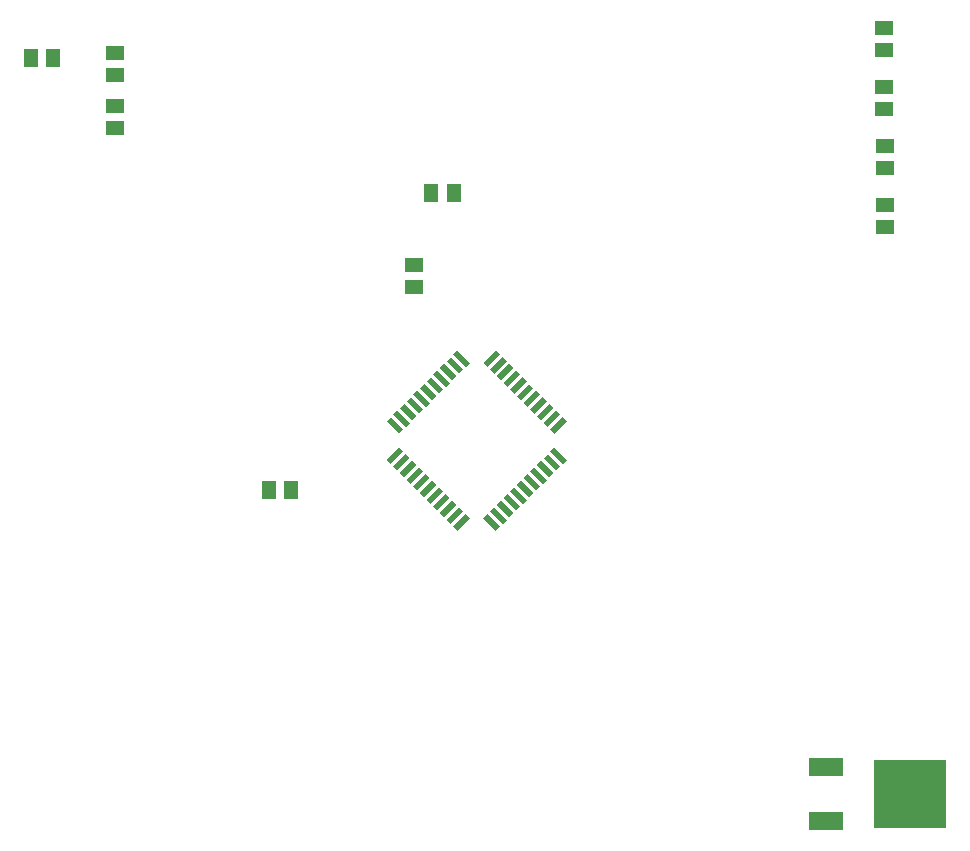
<source format=gbr>
G04 EAGLE Gerber RS-274X export*
G75*
%MOMM*%
%FSLAX34Y34*%
%LPD*%
%INSolderpaste Bottom*%
%IPPOS*%
%AMOC8*
5,1,8,0,0,1.08239X$1,22.5*%
G01*
%ADD10R,1.300000X1.500000*%
%ADD11R,1.500000X1.300000*%
%ADD12R,1.500000X0.500000*%
%ADD13R,0.500000X1.500000*%
%ADD14R,6.200000X5.800000*%
%ADD15R,3.000000X1.600000*%


D10*
X421540Y669800D03*
X440540Y669800D03*
D11*
X407160Y589690D03*
X407160Y608690D03*
D12*
G36*
X525761Y454343D02*
X536367Y443737D01*
X532831Y440201D01*
X522225Y450807D01*
X525761Y454343D01*
G37*
G36*
X520105Y448686D02*
X530711Y438080D01*
X527175Y434544D01*
X516569Y445150D01*
X520105Y448686D01*
G37*
G36*
X514448Y443029D02*
X525054Y432423D01*
X521518Y428887D01*
X510912Y439493D01*
X514448Y443029D01*
G37*
G36*
X508791Y437373D02*
X519397Y426767D01*
X515861Y423231D01*
X505255Y433837D01*
X508791Y437373D01*
G37*
G36*
X503134Y431716D02*
X513740Y421110D01*
X510204Y417574D01*
X499598Y428180D01*
X503134Y431716D01*
G37*
G36*
X497477Y426059D02*
X508083Y415453D01*
X504547Y411917D01*
X493941Y422523D01*
X497477Y426059D01*
G37*
G36*
X491820Y420402D02*
X502426Y409796D01*
X498890Y406260D01*
X488284Y416866D01*
X491820Y420402D01*
G37*
G36*
X486164Y414745D02*
X496770Y404139D01*
X493234Y400603D01*
X482628Y411209D01*
X486164Y414745D01*
G37*
G36*
X480507Y409088D02*
X491113Y398482D01*
X487577Y394946D01*
X476971Y405552D01*
X480507Y409088D01*
G37*
G36*
X474850Y403431D02*
X485456Y392825D01*
X481920Y389289D01*
X471314Y399895D01*
X474850Y403431D01*
G37*
G36*
X469193Y397775D02*
X479799Y387169D01*
X476263Y383633D01*
X465657Y394239D01*
X469193Y397775D01*
G37*
D13*
G36*
X450807Y397775D02*
X454343Y394239D01*
X443737Y383633D01*
X440201Y387169D01*
X450807Y397775D01*
G37*
G36*
X445150Y403431D02*
X448686Y399895D01*
X438080Y389289D01*
X434544Y392825D01*
X445150Y403431D01*
G37*
G36*
X439493Y409088D02*
X443029Y405552D01*
X432423Y394946D01*
X428887Y398482D01*
X439493Y409088D01*
G37*
G36*
X433837Y414745D02*
X437373Y411209D01*
X426767Y400603D01*
X423231Y404139D01*
X433837Y414745D01*
G37*
G36*
X428180Y420402D02*
X431716Y416866D01*
X421110Y406260D01*
X417574Y409796D01*
X428180Y420402D01*
G37*
G36*
X422523Y426059D02*
X426059Y422523D01*
X415453Y411917D01*
X411917Y415453D01*
X422523Y426059D01*
G37*
G36*
X416866Y431716D02*
X420402Y428180D01*
X409796Y417574D01*
X406260Y421110D01*
X416866Y431716D01*
G37*
G36*
X411209Y437373D02*
X414745Y433837D01*
X404139Y423231D01*
X400603Y426767D01*
X411209Y437373D01*
G37*
G36*
X405552Y443029D02*
X409088Y439493D01*
X398482Y428887D01*
X394946Y432423D01*
X405552Y443029D01*
G37*
G36*
X399895Y448686D02*
X403431Y445150D01*
X392825Y434544D01*
X389289Y438080D01*
X399895Y448686D01*
G37*
G36*
X394239Y454343D02*
X397775Y450807D01*
X387169Y440201D01*
X383633Y443737D01*
X394239Y454343D01*
G37*
D12*
G36*
X387169Y479799D02*
X397775Y469193D01*
X394239Y465657D01*
X383633Y476263D01*
X387169Y479799D01*
G37*
G36*
X392825Y485456D02*
X403431Y474850D01*
X399895Y471314D01*
X389289Y481920D01*
X392825Y485456D01*
G37*
G36*
X398482Y491113D02*
X409088Y480507D01*
X405552Y476971D01*
X394946Y487577D01*
X398482Y491113D01*
G37*
G36*
X404139Y496769D02*
X414745Y486163D01*
X411209Y482627D01*
X400603Y493233D01*
X404139Y496769D01*
G37*
G36*
X409796Y502426D02*
X420402Y491820D01*
X416866Y488284D01*
X406260Y498890D01*
X409796Y502426D01*
G37*
G36*
X415453Y508083D02*
X426059Y497477D01*
X422523Y493941D01*
X411917Y504547D01*
X415453Y508083D01*
G37*
G36*
X421110Y513740D02*
X431716Y503134D01*
X428180Y499598D01*
X417574Y510204D01*
X421110Y513740D01*
G37*
G36*
X426767Y519397D02*
X437373Y508791D01*
X433837Y505255D01*
X423231Y515861D01*
X426767Y519397D01*
G37*
G36*
X432423Y525054D02*
X443029Y514448D01*
X439493Y510912D01*
X428887Y521518D01*
X432423Y525054D01*
G37*
G36*
X438080Y530711D02*
X448686Y520105D01*
X445150Y516569D01*
X434544Y527175D01*
X438080Y530711D01*
G37*
G36*
X443737Y536367D02*
X454343Y525761D01*
X450807Y522225D01*
X440201Y532831D01*
X443737Y536367D01*
G37*
D13*
G36*
X476263Y536367D02*
X479799Y532831D01*
X469193Y522225D01*
X465657Y525761D01*
X476263Y536367D01*
G37*
G36*
X481920Y530711D02*
X485456Y527175D01*
X474850Y516569D01*
X471314Y520105D01*
X481920Y530711D01*
G37*
G36*
X487577Y525054D02*
X491113Y521518D01*
X480507Y510912D01*
X476971Y514448D01*
X487577Y525054D01*
G37*
G36*
X493234Y519397D02*
X496770Y515861D01*
X486164Y505255D01*
X482628Y508791D01*
X493234Y519397D01*
G37*
G36*
X498890Y513740D02*
X502426Y510204D01*
X491820Y499598D01*
X488284Y503134D01*
X498890Y513740D01*
G37*
G36*
X504547Y508083D02*
X508083Y504547D01*
X497477Y493941D01*
X493941Y497477D01*
X504547Y508083D01*
G37*
G36*
X510204Y502426D02*
X513740Y498890D01*
X503134Y488284D01*
X499598Y491820D01*
X510204Y502426D01*
G37*
G36*
X515861Y496769D02*
X519397Y493233D01*
X508791Y482627D01*
X505255Y486163D01*
X515861Y496769D01*
G37*
G36*
X521518Y491113D02*
X525054Y487577D01*
X514448Y476971D01*
X510912Y480507D01*
X521518Y491113D01*
G37*
G36*
X527175Y485456D02*
X530711Y481920D01*
X520105Y471314D01*
X516569Y474850D01*
X527175Y485456D01*
G37*
G36*
X532831Y479799D02*
X536367Y476263D01*
X525761Y465657D01*
X522225Y469193D01*
X532831Y479799D01*
G37*
D14*
X827200Y160270D03*
D15*
X755400Y137470D03*
X755400Y183070D03*
D11*
X153928Y743050D03*
X153928Y724050D03*
X153922Y769264D03*
X153922Y788264D03*
X805876Y640500D03*
X805876Y659500D03*
X805678Y690500D03*
X805678Y709500D03*
X805052Y740500D03*
X805052Y759500D03*
X804854Y790500D03*
X804854Y809500D03*
D10*
X283870Y417830D03*
X302870Y417830D03*
X101450Y783840D03*
X82450Y783840D03*
M02*

</source>
